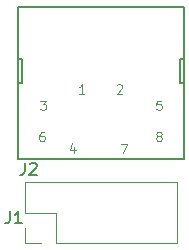
<source format=gto>
%TF.GenerationSoftware,KiCad,Pcbnew,5.1.10-88a1d61d58~89~ubuntu20.04.1*%
%TF.CreationDate,2021-10-06T22:55:05-05:00*%
%TF.ProjectId,portboard_ribbon,706f7274-626f-4617-9264-5f726962626f,rev?*%
%TF.SameCoordinates,Original*%
%TF.FileFunction,Legend,Top*%
%TF.FilePolarity,Positive*%
%FSLAX46Y46*%
G04 Gerber Fmt 4.6, Leading zero omitted, Abs format (unit mm)*
G04 Created by KiCad (PCBNEW 5.1.10-88a1d61d58~89~ubuntu20.04.1) date 2021-10-06 22:55:05*
%MOMM*%
%LPD*%
G01*
G04 APERTURE LIST*
%ADD10C,0.127000*%
%ADD11C,0.120000*%
%ADD12C,0.150000*%
%ADD13C,0.065024*%
G04 APERTURE END LIST*
D10*
%TO.C,J2*%
X60229000Y-36503000D02*
X59979000Y-36503000D01*
X60229000Y-34503000D02*
X60229000Y-36503000D01*
X59929000Y-34503000D02*
X60229000Y-34503000D01*
X73629000Y-36503000D02*
X73929000Y-36503000D01*
X73629000Y-34503000D02*
X73629000Y-36503000D01*
X73929000Y-34503000D02*
X73629000Y-34503000D01*
X73929000Y-34503000D02*
X73929000Y-30053000D01*
X73929000Y-36503000D02*
X73929000Y-34503000D01*
X73929000Y-42953000D02*
X73929000Y-36503000D01*
X59929000Y-42953000D02*
X73929000Y-42953000D01*
X59929000Y-34503000D02*
X59929000Y-42953000D01*
X59929000Y-30053000D02*
X59929000Y-34503000D01*
X73929000Y-30053000D02*
X59929000Y-30053000D01*
D11*
%TO.C,J1*%
X73339000Y-50098000D02*
X73339000Y-44898000D01*
X63119000Y-50098000D02*
X73339000Y-50098000D01*
X60519000Y-44898000D02*
X73339000Y-44898000D01*
X63119000Y-50098000D02*
X63119000Y-47498000D01*
X63119000Y-47498000D02*
X60519000Y-47498000D01*
X60519000Y-47498000D02*
X60519000Y-44898000D01*
X61849000Y-50098000D02*
X60519000Y-50098000D01*
X60519000Y-50098000D02*
X60519000Y-48768000D01*
%TO.C,J2*%
D12*
X60501809Y-43275380D02*
X60501809Y-43989666D01*
X60454190Y-44132523D01*
X60358952Y-44227761D01*
X60216095Y-44275380D01*
X60120857Y-44275380D01*
X60930380Y-43370619D02*
X60978000Y-43323000D01*
X61073238Y-43275380D01*
X61311333Y-43275380D01*
X61406571Y-43323000D01*
X61454190Y-43370619D01*
X61501809Y-43465857D01*
X61501809Y-43561095D01*
X61454190Y-43703952D01*
X60882761Y-44275380D01*
X61501809Y-44275380D01*
D13*
X64694117Y-41932457D02*
X64694117Y-42447230D01*
X64510269Y-41638300D02*
X64326422Y-42189843D01*
X64804425Y-42189843D01*
X64694117Y-41932457D02*
X64694117Y-42447230D01*
X64510269Y-41638300D02*
X64326422Y-42189843D01*
X64804425Y-42189843D01*
X68595652Y-41675070D02*
X69110425Y-41675070D01*
X68779500Y-42447230D01*
X68595652Y-41675070D02*
X69110425Y-41675070D01*
X68779500Y-42447230D01*
X68298422Y-36717609D02*
X68335191Y-36680840D01*
X68408730Y-36644070D01*
X68592578Y-36644070D01*
X68666117Y-36680840D01*
X68702886Y-36717609D01*
X68739656Y-36791148D01*
X68739656Y-36864687D01*
X68702886Y-36974996D01*
X68261652Y-37416230D01*
X68739656Y-37416230D01*
X72036886Y-38008070D02*
X71669191Y-38008070D01*
X71632422Y-38375765D01*
X71669191Y-38338996D01*
X71742730Y-38302226D01*
X71926578Y-38302226D01*
X72000117Y-38338996D01*
X72036886Y-38375765D01*
X72073656Y-38449304D01*
X72073656Y-38633152D01*
X72036886Y-38706691D01*
X72000117Y-38743460D01*
X71926578Y-38780230D01*
X71742730Y-38780230D01*
X71669191Y-38743460D01*
X71632422Y-38706691D01*
X62094117Y-40675070D02*
X61947039Y-40675070D01*
X61873500Y-40711840D01*
X61836730Y-40748609D01*
X61763191Y-40858918D01*
X61726422Y-41005996D01*
X61726422Y-41300152D01*
X61763191Y-41373691D01*
X61799961Y-41410460D01*
X61873500Y-41447230D01*
X62020578Y-41447230D01*
X62094117Y-41410460D01*
X62130886Y-41373691D01*
X62167656Y-41300152D01*
X62167656Y-41116304D01*
X62130886Y-41042765D01*
X62094117Y-41005996D01*
X62020578Y-40969226D01*
X61873500Y-40969226D01*
X61799961Y-41005996D01*
X61763191Y-41042765D01*
X61726422Y-41116304D01*
X65539656Y-37416230D02*
X65098422Y-37416230D01*
X65319039Y-37416230D02*
X65319039Y-36644070D01*
X65245500Y-36754379D01*
X65171961Y-36827918D01*
X65098422Y-36864687D01*
X61816652Y-38008070D02*
X62294656Y-38008070D01*
X62037269Y-38302226D01*
X62147578Y-38302226D01*
X62221117Y-38338996D01*
X62257886Y-38375765D01*
X62294656Y-38449304D01*
X62294656Y-38633152D01*
X62257886Y-38706691D01*
X62221117Y-38743460D01*
X62147578Y-38780230D01*
X61926961Y-38780230D01*
X61853422Y-38743460D01*
X61816652Y-38706691D01*
X71779500Y-41005996D02*
X71705961Y-40969226D01*
X71669191Y-40932457D01*
X71632422Y-40858918D01*
X71632422Y-40822148D01*
X71669191Y-40748609D01*
X71705961Y-40711840D01*
X71779500Y-40675070D01*
X71926578Y-40675070D01*
X72000117Y-40711840D01*
X72036886Y-40748609D01*
X72073656Y-40822148D01*
X72073656Y-40858918D01*
X72036886Y-40932457D01*
X72000117Y-40969226D01*
X71926578Y-41005996D01*
X71779500Y-41005996D01*
X71705961Y-41042765D01*
X71669191Y-41079535D01*
X71632422Y-41153074D01*
X71632422Y-41300152D01*
X71669191Y-41373691D01*
X71705961Y-41410460D01*
X71779500Y-41447230D01*
X71926578Y-41447230D01*
X72000117Y-41410460D01*
X72036886Y-41373691D01*
X72073656Y-41300152D01*
X72073656Y-41153074D01*
X72036886Y-41079535D01*
X72000117Y-41042765D01*
X71926578Y-41005996D01*
X71779500Y-41005996D02*
X71705961Y-40969226D01*
X71669191Y-40932457D01*
X71632422Y-40858918D01*
X71632422Y-40822148D01*
X71669191Y-40748609D01*
X71705961Y-40711840D01*
X71779500Y-40675070D01*
X71926578Y-40675070D01*
X72000117Y-40711840D01*
X72036886Y-40748609D01*
X72073656Y-40822148D01*
X72073656Y-40858918D01*
X72036886Y-40932457D01*
X72000117Y-40969226D01*
X71926578Y-41005996D01*
X71779500Y-41005996D01*
X71705961Y-41042765D01*
X71669191Y-41079535D01*
X71632422Y-41153074D01*
X71632422Y-41300152D01*
X71669191Y-41373691D01*
X71705961Y-41410460D01*
X71779500Y-41447230D01*
X71926578Y-41447230D01*
X72000117Y-41410460D01*
X72036886Y-41373691D01*
X72073656Y-41300152D01*
X72073656Y-41153074D01*
X72036886Y-41079535D01*
X72000117Y-41042765D01*
X71926578Y-41005996D01*
X62094117Y-40675070D02*
X61947039Y-40675070D01*
X61873500Y-40711840D01*
X61836730Y-40748609D01*
X61763191Y-40858918D01*
X61726422Y-41005996D01*
X61726422Y-41300152D01*
X61763191Y-41373691D01*
X61799961Y-41410460D01*
X61873500Y-41447230D01*
X62020578Y-41447230D01*
X62094117Y-41410460D01*
X62130886Y-41373691D01*
X62167656Y-41300152D01*
X62167656Y-41116304D01*
X62130886Y-41042765D01*
X62094117Y-41005996D01*
X62020578Y-40969226D01*
X61873500Y-40969226D01*
X61799961Y-41005996D01*
X61763191Y-41042765D01*
X61726422Y-41116304D01*
X72036886Y-38008070D02*
X71669191Y-38008070D01*
X71632422Y-38375765D01*
X71669191Y-38338996D01*
X71742730Y-38302226D01*
X71926578Y-38302226D01*
X72000117Y-38338996D01*
X72036886Y-38375765D01*
X72073656Y-38449304D01*
X72073656Y-38633152D01*
X72036886Y-38706691D01*
X72000117Y-38743460D01*
X71926578Y-38780230D01*
X71742730Y-38780230D01*
X71669191Y-38743460D01*
X71632422Y-38706691D01*
X61816652Y-38008070D02*
X62294656Y-38008070D01*
X62037269Y-38302226D01*
X62147578Y-38302226D01*
X62221117Y-38338996D01*
X62257886Y-38375765D01*
X62294656Y-38449304D01*
X62294656Y-38633152D01*
X62257886Y-38706691D01*
X62221117Y-38743460D01*
X62147578Y-38780230D01*
X61926961Y-38780230D01*
X61853422Y-38743460D01*
X61816652Y-38706691D01*
X68298422Y-36717609D02*
X68335191Y-36680840D01*
X68408730Y-36644070D01*
X68592578Y-36644070D01*
X68666117Y-36680840D01*
X68702886Y-36717609D01*
X68739656Y-36791148D01*
X68739656Y-36864687D01*
X68702886Y-36974996D01*
X68261652Y-37416230D01*
X68739656Y-37416230D01*
X65539656Y-37416230D02*
X65098422Y-37416230D01*
X65319039Y-37416230D02*
X65319039Y-36644070D01*
X65245500Y-36754379D01*
X65171961Y-36827918D01*
X65098422Y-36864687D01*
%TO.C,J1*%
D12*
X59229666Y-47394880D02*
X59229666Y-48109166D01*
X59182047Y-48252023D01*
X59086809Y-48347261D01*
X58943952Y-48394880D01*
X58848714Y-48394880D01*
X60229666Y-48394880D02*
X59658238Y-48394880D01*
X59943952Y-48394880D02*
X59943952Y-47394880D01*
X59848714Y-47537738D01*
X59753476Y-47632976D01*
X59658238Y-47680595D01*
%TD*%
M02*

</source>
